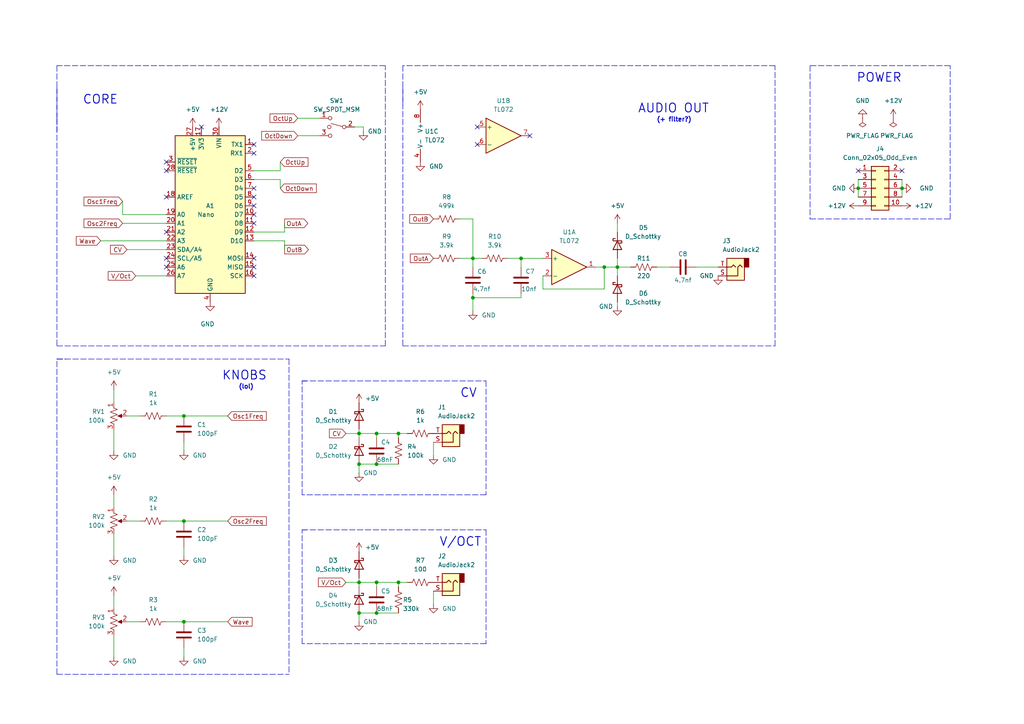
<source format=kicad_sch>
(kicad_sch (version 20211123) (generator eeschema)
  (paper "A4")
  (lib_symbols
    (symbol "Amplifier_Operational:TL072" (pin_names (offset 0.127))
      (property "Reference" "U" (at 0 5.08 0))
      (property "Value" "TL072" (at 0 -5.08 0))
      (symbol "TL072_1_1"
        (polyline (pts (xy -5.08 5.08) (xy 5.08 0) (xy -5.08 -5.08) (xy -5.08 5.08)) (stroke (width 0.254)) (fill (type background)))
        (pin output line (at 7.62 0 180) (length 2.54) (name "~") (number "1"))
        (pin input line (at -7.62 -2.54 0) (length 2.54) (name "-") (number "2"))
        (pin input line (at -7.62 2.54 0) (length 2.54) (name "+") (number "3"))
      )
      (symbol "TL072_2_1"
        (polyline (pts (xy -5.08 5.08) (xy 5.08 0) (xy -5.08 -5.08) (xy -5.08 5.08)) (stroke (width 0.254)) (fill (type background)))
        (pin input line (at -7.62 2.54 0) (length 2.54) (name "+") (number "5"))
        (pin input line (at -7.62 -2.54 0) (length 2.54) (name "-") (number "6"))
        (pin output line (at 7.62 0 180) (length 2.54) (name "~") (number "7"))
      )
      (symbol "TL072_3_1"
        (pin power_in line (at -2.54 -7.62 90) (length 3.81) (name "V-") (number "4"))
        (pin power_in line (at -2.54 7.62 270) (length 3.81) (name "V+") (number "8"))
      )
    )
    (symbol "Connector:AudioJack2"
      (property "Reference" "J" (at 0 8.89 0))
      (property "Value" "AudioJack2" (at 0 6.35 0))
      (symbol "AudioJack2_0_1"
        (rectangle (start -3.81 0) (end -2.54 -2.54) (stroke (width 0.254)) (fill (type outline)))
        (rectangle (start -2.54 3.81) (end 2.54 -2.54) (stroke (width 0.254)) (fill (type background)))
        (polyline (pts (xy 0 0) (xy 0.635 -0.635) (xy 1.27 0) (xy 2.54 0)) (stroke (width 0.254)))
        (polyline (pts (xy 2.54 2.54) (xy -0.635 2.54) (xy -0.635 0) (xy -1.27 -0.635) (xy -1.905 0)) (stroke (width 0.254)))
      )
      (symbol "AudioJack2_1_1"
        (pin passive line (at 5.08 2.54 180) (length 2.54) (name "~") (number "S"))
        (pin passive line (at 5.08 0 180) (length 2.54) (name "~") (number "T"))
      )
    )
    (symbol "Connector_Generic:Conn_02x05_Odd_Even" (pin_names (offset 1.016) hide)
      (property "Reference" "J" (at 1.27 7.62 0))
      (property "Value" "Conn_02x05_Odd_Even" (at 1.27 -7.62 0))
      (symbol "Conn_02x05_Odd_Even_1_1"
        (rectangle (start -1.27 -4.953) (end 0 -5.207) (stroke (width 0.1524)))
        (rectangle (start -1.27 -2.413) (end 0 -2.667) (stroke (width 0.1524)))
        (rectangle (start -1.27 0.127) (end 0 -0.127) (stroke (width 0.1524)))
        (rectangle (start -1.27 2.667) (end 0 2.413) (stroke (width 0.1524)))
        (rectangle (start -1.27 5.207) (end 0 4.953) (stroke (width 0.1524)))
        (rectangle (start -1.27 6.35) (end 3.81 -6.35) (stroke (width 0.254)) (fill (type background)))
        (rectangle (start 3.81 -4.953) (end 2.54 -5.207) (stroke (width 0.1524)))
        (rectangle (start 3.81 -2.413) (end 2.54 -2.667) (stroke (width 0.1524)))
        (rectangle (start 3.81 0.127) (end 2.54 -0.127) (stroke (width 0.1524)))
        (rectangle (start 3.81 2.667) (end 2.54 2.413) (stroke (width 0.1524)))
        (rectangle (start 3.81 5.207) (end 2.54 4.953) (stroke (width 0.1524)))
        (pin passive line (at -5.08 5.08 0) (length 3.81) (name "Pin_1") (number "1"))
        (pin passive line (at 7.62 -5.08 180) (length 3.81) (name "Pin_10") (number "10"))
        (pin passive line (at 7.62 5.08 180) (length 3.81) (name "Pin_2") (number "2"))
        (pin passive line (at -5.08 2.54 0) (length 3.81) (name "Pin_3") (number "3"))
        (pin passive line (at 7.62 2.54 180) (length 3.81) (name "Pin_4") (number "4"))
        (pin passive line (at -5.08 0 0) (length 3.81) (name "Pin_5") (number "5"))
        (pin passive line (at 7.62 0 180) (length 3.81) (name "Pin_6") (number "6"))
        (pin passive line (at -5.08 -2.54 0) (length 3.81) (name "Pin_7") (number "7"))
        (pin passive line (at 7.62 -2.54 180) (length 3.81) (name "Pin_8") (number "8"))
        (pin passive line (at -5.08 -5.08 0) (length 3.81) (name "Pin_9") (number "9"))
      )
    )
    (symbol "Device:C" (pin_numbers hide) (pin_names (offset 0.254))
      (property "Reference" "C" (at 0.635 2.54 0))
      (property "Value" "C" (at 0.635 -2.54 0))
      (symbol "C_0_1"
        (polyline (pts (xy -2.032 -0.762) (xy 2.032 -0.762)) (stroke (width 0.508)))
        (polyline (pts (xy -2.032 0.762) (xy 2.032 0.762)) (stroke (width 0.508)))
      )
      (symbol "C_1_1"
        (pin passive line (at 0 3.81 270) (length 2.794) (name "~") (number "1"))
        (pin passive line (at 0 -3.81 90) (length 2.794) (name "~") (number "2"))
      )
    )
    (symbol "Device:D_Schottky" (pin_numbers hide) (pin_names (offset 1.016) hide)
      (property "Reference" "D" (at 0 2.54 0))
      (property "Value" "D_Schottky" (at 0 -2.54 0))
      (symbol "D_Schottky_0_1"
        (polyline (pts (xy 1.27 0) (xy -1.27 0)))
        (polyline (pts (xy 1.27 1.27) (xy 1.27 -1.27) (xy -1.27 0) (xy 1.27 1.27)) (stroke (width 0.254)))
        (polyline (pts (xy -1.905 0.635) (xy -1.905 1.27) (xy -1.27 1.27) (xy -1.27 -1.27) (xy -0.635 -1.27) (xy -0.635 -0.635)) (stroke (width 0.254)))
      )
      (symbol "D_Schottky_1_1"
        (pin passive line (at -3.81 0 0) (length 2.54) (name "K") (number "1"))
        (pin passive line (at 3.81 0 180) (length 2.54) (name "A") (number "2"))
      )
    )
    (symbol "Device:R_Potentiometer_US" (pin_names (offset 1.016) hide)
      (property "Reference" "RV" (at -4.445 0 90))
      (property "Value" "R_Potentiometer_US" (at -2.54 0 90))
      (symbol "R_Potentiometer_US_0_1"
        (polyline (pts (xy 0 -2.286) (xy 0 -2.54)))
        (polyline (pts (xy 0 2.54) (xy 0 2.286)))
        (polyline (pts (xy 2.54 0) (xy 1.524 0)))
        (polyline (pts (xy 1.143 0) (xy 2.286 0.508) (xy 2.286 -0.508) (xy 1.143 0)) (fill (type outline)))
        (polyline (pts (xy 0 -0.762) (xy 1.016 -1.143) (xy 0 -1.524) (xy -1.016 -1.905) (xy 0 -2.286)))
        (polyline (pts (xy 0 0.762) (xy 1.016 0.381) (xy 0 0) (xy -1.016 -0.381) (xy 0 -0.762)))
        (polyline (pts (xy 0 2.286) (xy 1.016 1.905) (xy 0 1.524) (xy -1.016 1.143) (xy 0 0.762)))
      )
      (symbol "R_Potentiometer_US_1_1"
        (pin passive line (at 0 3.81 270) (length 1.27) (name "1") (number "1"))
        (pin passive line (at 3.81 0 180) (length 1.27) (name "2") (number "2"))
        (pin passive line (at 0 -3.81 90) (length 1.27) (name "3") (number "3"))
      )
    )
    (symbol "Device:R_US" (pin_numbers hide) (pin_names (offset 0))
      (property "Reference" "R" (at 2.54 0 90))
      (property "Value" "R_US" (at -2.54 0 90))
      (symbol "R_US_0_1"
        (polyline (pts (xy 0 -2.286) (xy 0 -2.54)))
        (polyline (pts (xy 0 2.286) (xy 0 2.54)))
        (polyline (pts (xy 0 -0.762) (xy 1.016 -1.143) (xy 0 -1.524) (xy -1.016 -1.905) (xy 0 -2.286)))
        (polyline (pts (xy 0 0.762) (xy 1.016 0.381) (xy 0 0) (xy -1.016 -0.381) (xy 0 -0.762)))
        (polyline (pts (xy 0 2.286) (xy 1.016 1.905) (xy 0 1.524) (xy -1.016 1.143) (xy 0 0.762)))
      )
      (symbol "R_US_1_1"
        (pin passive line (at 0 3.81 270) (length 1.27) (name "~") (number "1"))
        (pin passive line (at 0 -3.81 90) (length 1.27) (name "~") (number "2"))
      )
    )
    (symbol "MCU_Module:Arduino_Nano_Every"
      (property "Reference" "A" (at -10.16 23.495 0))
      (property "Value" "Arduino_Nano_Every" (at 5.08 -24.13 0))
      (symbol "Arduino_Nano_Every_0_1"
        (rectangle (start -10.16 22.86) (end 10.16 -22.86) (stroke (width 0.254)) (fill (type background)))
      )
      (symbol "Arduino_Nano_Every_1_1"
        (pin bidirectional line (at -12.7 20.32 0) (length 2.54) (name "TX1") (number "1"))
        (pin bidirectional line (at -12.7 0 0) (length 2.54) (name "D7") (number "10"))
        (pin bidirectional line (at -12.7 -2.54 0) (length 2.54) (name "D8") (number "11"))
        (pin bidirectional line (at -12.7 -5.08 0) (length 2.54) (name "D9") (number "12"))
        (pin bidirectional line (at -12.7 -7.62 0) (length 2.54) (name "D10") (number "13"))
        (pin bidirectional line (at -12.7 -12.7 0) (length 2.54) (name "MOSI") (number "14"))
        (pin bidirectional line (at -12.7 -15.24 0) (length 2.54) (name "MISO") (number "15"))
        (pin bidirectional line (at -12.7 -17.78 0) (length 2.54) (name "SCK") (number "16"))
        (pin power_out line (at 2.54 25.4 270) (length 2.54) (name "3V3") (number "17"))
        (pin input line (at 12.7 5.08 180) (length 2.54) (name "AREF") (number "18"))
        (pin bidirectional line (at 12.7 0 180) (length 2.54) (name "A0") (number "19"))
        (pin bidirectional line (at -12.7 17.78 0) (length 2.54) (name "RX1") (number "2"))
        (pin bidirectional line (at 12.7 -2.54 180) (length 2.54) (name "A1") (number "20"))
        (pin bidirectional line (at 12.7 -5.08 180) (length 2.54) (name "A2") (number "21"))
        (pin bidirectional line (at 12.7 -7.62 180) (length 2.54) (name "A3") (number "22"))
        (pin bidirectional line (at 12.7 -10.16 180) (length 2.54) (name "SDA/A4") (number "23"))
        (pin bidirectional line (at 12.7 -12.7 180) (length 2.54) (name "SCL/A5") (number "24"))
        (pin bidirectional line (at 12.7 -15.24 180) (length 2.54) (name "A6") (number "25"))
        (pin bidirectional line (at 12.7 -17.78 180) (length 2.54) (name "A7") (number "26"))
        (pin power_out line (at 5.08 25.4 270) (length 2.54) (name "+5V") (number "27"))
        (pin input line (at 12.7 12.7 180) (length 2.54) (name "~{RESET}") (number "28"))
        (pin passive line (at 0 -25.4 90) (length 2.54) hide (name "GND") (number "29"))
        (pin input line (at 12.7 15.24 180) (length 2.54) (name "~{RESET}") (number "3"))
        (pin power_in line (at -2.54 25.4 270) (length 2.54) (name "VIN") (number "30"))
        (pin power_in line (at 0 -25.4 90) (length 2.54) (name "GND") (number "4"))
        (pin bidirectional line (at -12.7 12.7 0) (length 2.54) (name "D2") (number "5"))
        (pin bidirectional line (at -12.7 10.16 0) (length 2.54) (name "D3") (number "6"))
        (pin bidirectional line (at -12.7 7.62 0) (length 2.54) (name "D4") (number "7"))
        (pin bidirectional line (at -12.7 5.08 0) (length 2.54) (name "D5") (number "8"))
        (pin bidirectional line (at -12.7 2.54 0) (length 2.54) (name "D6") (number "9"))
      )
    )
    (symbol "Switch:SW_SPDT_MSM" (pin_names (offset 0) hide)
      (property "Reference" "SW" (at 0 5.08 0))
      (property "Value" "SW_SPDT_MSM" (at 0 -5.08 0))
      (symbol "SW_SPDT_MSM_0_0"
        (circle (center -2.032 0) (radius 0.508))
        (polyline (pts (xy -1.524 0.127) (xy 1.778 1.016)))
        (circle (center 2.032 -2.54) (radius 0.508))
      )
      (symbol "SW_SPDT_MSM_0_1"
        (circle (center 2.032 2.54) (radius 0.508))
        (circle (center 2.286 0) (radius 0.508))
      )
      (symbol "SW_SPDT_MSM_1_1"
        (pin passive line (at 5.08 2.54 180) (length 2.54) (name "1") (number "1"))
        (pin passive line (at -5.08 0 0) (length 2.54) (name "2") (number "2"))
        (pin passive line (at 5.08 -2.54 180) (length 2.54) (name "3") (number "3"))
      )
    )
    (symbol "power:+12V" (power) (pin_names (offset 0))
      (property "Value" "+12V" (at 0 3.556 0))
      (symbol "+12V_0_1"
        (polyline (pts (xy -0.762 1.27) (xy 0 2.54)))
        (polyline (pts (xy 0 0) (xy 0 2.54)))
        (polyline (pts (xy 0 2.54) (xy 0.762 1.27)))
      )
      (symbol "+12V_1_1"
        (pin power_in line (at 0 0 90) (length 0) hide (name "+12V") (number "1"))
      )
    )
    (symbol "power:+5V" (power) (pin_names (offset 0))
      (property "Value" "+5V" (at 0 3.556 0))
      (symbol "+5V_0_1"
        (polyline (pts (xy -0.762 1.27) (xy 0 2.54)))
        (polyline (pts (xy 0 0) (xy 0 2.54)))
        (polyline (pts (xy 0 2.54) (xy 0.762 1.27)))
      )
      (symbol "+5V_1_1"
        (pin power_in line (at 0 0 90) (length 0) hide (name "+5V") (number "1"))
      )
    )
    (symbol "power:GND" (power) (pin_names (offset 0))
      (property "Value" "GND" (at 0 -3.81 0))
      (symbol "GND_0_1"
        (polyline (pts (xy 0 0) (xy 0 -1.27) (xy 1.27 -1.27) (xy 0 -2.54) (xy -1.27 -1.27) (xy 0 -1.27)))
      )
      (symbol "GND_1_1"
        (pin power_in line (at 0 0 270) (length 0) hide (name "GND") (number "1"))
      )
    )
    (symbol "power:PWR_FLAG" (power) (pin_numbers hide) (pin_names (offset 0) hide)
      (property "Value" "PWR_FLAG" (at 0 3.81 0))
      (symbol "PWR_FLAG_0_0"
        (pin power_out line (at 0 0 90) (length 0) (name "pwr") (number "1"))
      )
      (symbol "PWR_FLAG_0_1"
        (polyline (pts (xy 0 0) (xy 0 1.27) (xy -1.016 1.905) (xy 0 2.54) (xy 1.016 1.905) (xy 0 1.27)))
      )
    )
  )
  (junction (at 104.14 168.91))
  (junction (at 109.22 125.73))
  (junction (at 53.34 120.65))
  (junction (at 137.16 74.93))
  (junction (at 104.14 134.62))
  (junction (at 53.34 180.34))
  (junction (at 104.14 177.8))
  (junction (at 109.22 177.8))
  (junction (at 109.22 168.91))
  (junction (at 104.14 125.73))
  (junction (at 109.22 134.62))
  (junction (at 261.62 54.61))
  (junction (at 151.13 74.93))
  (junction (at 137.16 86.36))
  (junction (at 115.57 168.91))
  (junction (at 175.26 77.47))
  (junction (at 53.34 151.13))
  (junction (at 115.57 125.73))
  (junction (at 179.07 77.47))
  (junction (at 248.92 54.61))
  (no_connect (at 48.26 57.15))
  (no_connect (at 248.92 49.53))
  (no_connect (at 261.62 49.53))
  (no_connect (at 73.66 59.69))
  (no_connect (at 73.66 54.61))
  (no_connect (at 73.66 64.77))
  (no_connect (at 73.66 57.15))
  (no_connect (at 73.66 62.23))
  (no_connect (at 73.66 44.45))
  (no_connect (at 73.66 41.91))
  (no_connect (at 73.66 74.93))
  (no_connect (at 73.66 80.01))
  (no_connect (at 73.66 77.47))
  (no_connect (at 48.26 46.99))
  (no_connect (at 48.26 49.53))
  (no_connect (at 153.67 39.37))
  (no_connect (at 138.43 36.83))
  (no_connect (at 138.43 41.91))
  (no_connect (at 48.26 77.47))
  (no_connect (at 48.26 74.93))
  (no_connect (at 48.26 67.31))
  (no_connect (at 58.42 36.83))
  (polyline (pts (xy 116.84 19.05) (xy 116.84 30.48)))
  (polyline (pts (xy 111.76 19.05) (xy 16.51 19.05)))
  (wire (pts (xy 151.13 86.36) (xy 137.16 86.36)))
  (polyline (pts (xy 16.51 104.14) (xy 19.05 104.14)))
  (wire (pts (xy 104.14 180.34) (xy 104.14 177.8)))
  (polyline (pts (xy 16.51 25.4) (xy 16.51 100.33)))
  (polyline (pts (xy 83.82 104.14) (xy 83.82 195.58)))
  (wire (pts (xy 109.22 170.18) (xy 109.22 168.91)))
  (polyline (pts (xy 234.95 19.05) (xy 234.95 24.13)))
  (polyline (pts (xy 16.51 100.33) (xy 111.76 100.33)))
  (polyline (pts (xy 275.59 19.05) (xy 234.95 19.05)))
  (polyline (pts (xy 16.51 104.14) (xy 83.82 104.14)))
  (polyline (pts (xy 224.79 100.33) (xy 224.79 19.05)))
  (polyline (pts (xy 16.51 19.05) (xy 16.51 34.29)))
  (wire (pts (xy 29.21 69.85) (xy 48.26 69.85)))
  (wire (pts (xy 82.55 64.77) (xy 82.55 67.31)))
  (wire (pts (xy 157.48 80.01) (xy 157.48 83.82)))
  (wire (pts (xy 248.92 52.07) (xy 248.92 54.61)))
  (wire (pts (xy 81.28 46.99) (xy 81.28 49.53)))
  (wire (pts (xy 104.14 125.73) (xy 109.22 125.73)))
  (wire (pts (xy 201.93 77.47) (xy 208.28 77.47)))
  (wire (pts (xy 33.02 172.72) (xy 33.02 176.53)))
  (wire (pts (xy 105.41 38.1) (xy 105.41 36.83)))
  (wire (pts (xy 109.22 125.73) (xy 115.57 125.73)))
  (wire (pts (xy 109.22 177.8) (xy 115.57 177.8)))
  (wire (pts (xy 190.5 77.47) (xy 194.31 77.47)))
  (wire (pts (xy 147.32 74.93) (xy 151.13 74.93)))
  (wire (pts (xy 82.55 72.39) (xy 82.55 69.85)))
  (wire (pts (xy 53.34 120.65) (xy 66.04 120.65)))
  (polyline (pts (xy 275.59 63.5) (xy 275.59 19.05)))
  (wire (pts (xy 53.34 151.13) (xy 66.04 151.13)))
  (wire (pts (xy 73.66 49.53) (xy 81.28 49.53)))
  (wire (pts (xy 53.34 187.96) (xy 53.34 190.5)))
  (wire (pts (xy 137.16 63.5) (xy 137.16 74.93)))
  (wire (pts (xy 36.83 120.65) (xy 40.64 120.65)))
  (wire (pts (xy 115.57 168.91) (xy 118.11 168.91)))
  (polyline (pts (xy 111.76 100.33) (xy 111.76 19.05)))
  (wire (pts (xy 36.83 151.13) (xy 40.64 151.13)))
  (wire (pts (xy 179.07 77.47) (xy 179.07 80.01)))
  (wire (pts (xy 179.07 74.93) (xy 179.07 77.47)))
  (wire (pts (xy 179.07 77.47) (xy 182.88 77.47)))
  (wire (pts (xy 33.02 113.03) (xy 33.02 116.84)))
  (polyline (pts (xy 234.95 24.13) (xy 234.95 63.5)))
  (wire (pts (xy 35.56 64.77) (xy 48.26 64.77)))
  (polyline (pts (xy 234.95 63.5) (xy 275.59 63.5)))
  (wire (pts (xy 179.07 64.77) (xy 179.07 67.31)))
  (polyline (pts (xy 16.51 195.58) (xy 16.51 104.14)))
  (wire (pts (xy 157.48 83.82) (xy 175.26 83.82)))
  (wire (pts (xy 53.34 180.34) (xy 66.04 180.34)))
  (wire (pts (xy 137.16 74.93) (xy 137.16 77.47)))
  (wire (pts (xy 125.73 132.08) (xy 125.73 128.27)))
  (wire (pts (xy 53.34 128.27) (xy 53.34 130.81)))
  (wire (pts (xy 109.22 134.62) (xy 115.57 134.62)))
  (wire (pts (xy 115.57 125.73) (xy 118.11 125.73)))
  (wire (pts (xy 33.02 124.46) (xy 33.02 130.81)))
  (wire (pts (xy 115.57 170.18) (xy 115.57 168.91)))
  (polyline (pts (xy 87.63 153.67) (xy 140.97 153.67)))
  (wire (pts (xy 104.14 167.64) (xy 104.14 168.91)))
  (wire (pts (xy 179.07 88.9) (xy 179.07 87.63)))
  (wire (pts (xy 86.36 34.29) (xy 92.71 34.29)))
  (wire (pts (xy 133.35 63.5) (xy 137.16 63.5)))
  (wire (pts (xy 100.33 168.91) (xy 104.14 168.91)))
  (wire (pts (xy 104.14 137.16) (xy 104.14 134.62)))
  (wire (pts (xy 39.37 80.01) (xy 48.26 80.01)))
  (wire (pts (xy 137.16 86.36) (xy 137.16 90.17)))
  (polyline (pts (xy 87.63 186.69) (xy 87.63 153.67)))
  (wire (pts (xy 48.26 180.34) (xy 53.34 180.34)))
  (wire (pts (xy 175.26 77.47) (xy 172.72 77.47)))
  (wire (pts (xy 109.22 168.91) (xy 115.57 168.91)))
  (wire (pts (xy 151.13 77.47) (xy 151.13 74.93)))
  (wire (pts (xy 86.36 39.37) (xy 92.71 39.37)))
  (wire (pts (xy 105.41 36.83) (xy 102.87 36.83)))
  (polyline (pts (xy 16.51 195.58) (xy 83.82 195.58)))
  (wire (pts (xy 133.35 74.93) (xy 137.16 74.93)))
  (wire (pts (xy 104.14 124.46) (xy 104.14 125.73)))
  (wire (pts (xy 104.14 134.62) (xy 109.22 134.62)))
  (wire (pts (xy 36.83 72.39) (xy 48.26 72.39)))
  (wire (pts (xy 151.13 85.09) (xy 151.13 86.36)))
  (wire (pts (xy 151.13 74.93) (xy 157.48 74.93)))
  (wire (pts (xy 82.55 69.85) (xy 73.66 69.85)))
  (wire (pts (xy 35.56 62.23) (xy 48.26 62.23)))
  (wire (pts (xy 175.26 83.82) (xy 175.26 77.47)))
  (wire (pts (xy 179.07 77.47) (xy 175.26 77.47)))
  (wire (pts (xy 33.02 184.15) (xy 33.02 190.5)))
  (wire (pts (xy 36.83 180.34) (xy 40.64 180.34)))
  (wire (pts (xy 137.16 85.09) (xy 137.16 86.36)))
  (polyline (pts (xy 140.97 110.49) (xy 140.97 143.51)))
  (polyline (pts (xy 87.63 153.67) (xy 88.9 153.67)))
  (wire (pts (xy 82.55 67.31) (xy 73.66 67.31)))
  (wire (pts (xy 115.57 127) (xy 115.57 125.73)))
  (wire (pts (xy 104.14 170.18) (xy 104.14 168.91)))
  (polyline (pts (xy 87.63 143.51) (xy 87.63 110.49)))
  (wire (pts (xy 48.26 120.65) (xy 53.34 120.65)))
  (wire (pts (xy 261.62 54.61) (xy 261.62 52.07)))
  (wire (pts (xy 109.22 127) (xy 109.22 125.73)))
  (wire (pts (xy 73.66 52.07) (xy 81.28 52.07)))
  (polyline (pts (xy 16.51 34.29) (xy 16.51 38.1)))
  (wire (pts (xy 81.28 54.61) (xy 81.28 52.07)))
  (wire (pts (xy 33.02 143.51) (xy 33.02 147.32)))
  (polyline (pts (xy 87.63 110.49) (xy 88.9 110.49)))
  (wire (pts (xy 248.92 54.61) (xy 248.92 57.15)))
  (polyline (pts (xy 87.63 110.49) (xy 140.97 110.49)))
  (polyline (pts (xy 116.84 25.4) (xy 116.84 100.33)))
  (wire (pts (xy 100.33 125.73) (xy 104.14 125.73)))
  (wire (pts (xy 104.14 127) (xy 104.14 125.73)))
  (polyline (pts (xy 116.84 100.33) (xy 224.79 100.33)))
  (polyline (pts (xy 140.97 143.51) (xy 87.63 143.51)))
  (wire (pts (xy 33.02 154.94) (xy 33.02 161.29)))
  (polyline (pts (xy 140.97 186.69) (xy 87.63 186.69)))
  (wire (pts (xy 35.56 58.42) (xy 35.56 62.23)))
  (wire (pts (xy 125.73 175.26) (xy 125.73 171.45)))
  (wire (pts (xy 104.14 168.91) (xy 109.22 168.91)))
  (polyline (pts (xy 140.97 153.67) (xy 140.97 186.69)))
  (wire (pts (xy 53.34 158.75) (xy 53.34 161.29)))
  (wire (pts (xy 48.26 151.13) (xy 53.34 151.13)))
  (polyline (pts (xy 224.79 19.05) (xy 116.84 19.05)))
  (wire (pts (xy 104.14 177.8) (xy 109.22 177.8)))
  (wire (pts (xy 139.7 74.93) (xy 137.16 74.93)))
  (wire (pts (xy 261.62 54.61) (xy 261.62 57.15)))
  (text "KNOBS" (at 77.47 110.49 180) (effects (font (size 2.54 2.54) (thickness 0.254) bold) (justify right bottom)))
  (text "AUDIO OUT" (at 205.74 33.02 180) (effects (font (size 2.54 2.54) (thickness 0.254) bold) (justify right bottom)))
  (text "CV" (at 138.43 115.57 180) (effects (font (size 2.54 2.54) (thickness 0.254) bold) (justify right bottom)))
  (text "(lol)" (at 73.66 113.03 180) (effects (font (size 1.27 1.27) (thickness 0.254) bold) (justify right bottom)))
  (text "V/OCT" (at 139.7 158.75 180) (effects (font (size 2.54 2.54) (thickness 0.254) bold) (justify right bottom)))
  (text "POWER" (at 261.62 24.13 180) (effects (font (size 2.54 2.54) (thickness 0.254) bold) (justify right bottom)))
  (text "(+ filter?)" (at 200.66 35.56 180) (effects (font (size 1.27 1.27) (thickness 0.254) bold) (justify right bottom)))
  (text "CORE" (at 34.29 30.48 180) (effects (font (size 2.54 2.54) (thickness 0.254) bold) (justify right bottom)))
  (global_label "OctUp" (shape input) (at 81.28 46.99 0) (property "Intersheet References" "${INTERSHEET_REFS}" (effects hide)))
  (global_label "Osc1Freq" (shape input) (at 35.56 58.42 180) (property "Intersheet References" "${INTERSHEET_REFS}" (effects hide)))
  (global_label "CV" (shape input) (at 36.83 72.39 180) (property "Intersheet References" "${INTERSHEET_REFS}" (effects hide)))
  (global_label "OutA" (shape input) (at 125.73 74.93 180) (property "Intersheet References" "${INTERSHEET_REFS}" (effects hide)))
  (global_label "Wave" (shape input) (at 66.04 180.34 0) (property "Intersheet References" "${INTERSHEET_REFS}" (effects hide)))
  (global_label "Osc1Freq" (shape input) (at 66.04 120.65 0) (property "Intersheet References" "${INTERSHEET_REFS}" (effects hide)))
  (global_label "OutB" (shape output) (at 82.55 72.39 0) (property "Intersheet References" "${INTERSHEET_REFS}" (effects hide)))
  (global_label "OutB" (shape input) (at 125.73 63.5 180) (property "Intersheet References" "${INTERSHEET_REFS}" (effects hide)))
  (global_label "V{slash}Oct" (shape input) (at 39.37 80.01 180) (property "Intersheet References" "${INTERSHEET_REFS}" (effects hide)))
  (global_label "Wave" (shape input) (at 29.21 69.85 180) (property "Intersheet References" "${INTERSHEET_REFS}" (effects hide)))
  (global_label "OctUp" (shape input) (at 86.36 34.29 180) (property "Intersheet References" "${INTERSHEET_REFS}" (effects hide)))
  (global_label "OutA" (shape output) (at 82.55 64.77 0) (property "Intersheet References" "${INTERSHEET_REFS}" (effects hide)))
  (global_label "OctDown" (shape input) (at 86.36 39.37 180) (property "Intersheet References" "${INTERSHEET_REFS}" (effects hide)))
  (global_label "CV" (shape input) (at 100.33 125.73 180) (property "Intersheet References" "${INTERSHEET_REFS}" (effects hide)))
  (global_label "Osc2Freq" (shape input) (at 35.56 64.77 180) (property "Intersheet References" "${INTERSHEET_REFS}" (effects hide)))
  (global_label "Osc2Freq" (shape input) (at 66.04 151.13 0) (property "Intersheet References" "${INTERSHEET_REFS}" (effects hide)))
  (global_label "OctDown" (shape input) (at 81.28 54.61 0) (property "Intersheet References" "${INTERSHEET_REFS}" (effects hide)))
  (global_label "V{slash}Oct" (shape input) (at 100.33 168.91 180) (property "Intersheet References" "${INTERSHEET_REFS}" (effects hide)))
  (symbol (lib_id "Device:R_Potentiometer_US") (at 33.02 120.65 0) (unit 1)
    (property "Reference" "RV1" (at 30.48 119.3799 0) (effects (justify right)))
    (property "Value" "100k" (at 30.48 121.9199 0) (effects (justify right)))
    (property "Footprint" "Potentiometer_THT:Potentiometer_Alpha_RD901F-40-00D_Single_Vertical" (effects hide))
  )
  (symbol (lib_id "Device:C") (at 151.13 81.28 0) (unit 1)
    (property "Reference" "C7" (at 152.4 78.74 0) (effects (justify left)))
    (property "Value" "10nf" (at 151.13 83.82 0) (effects (justify left)))
    (property "Footprint" "Capacitor_THT:C_Disc_D6.0mm_W2.5mm_P5.00mm" (effects hide))
  )
  (symbol (lib_id "power:GND") (at 208.28 80.01 0) (mirror y) (unit 1)
    (property "Reference" "#PWR0126" (effects hide))
    (property "Value" "GND" (at 207.01 80.01 0) (effects (justify left)))
  )
  (symbol (lib_id "power:+12V") (at 261.62 59.69 270) (unit 1)
    (property "Reference" "#PWR0106" (effects hide))
    (property "Value" "+12V" (at 270.51 59.69 90) (effects (justify right)))
  )
  (symbol (lib_id "Connector:AudioJack2") (at 130.81 168.91 180) (unit 1)
    (property "Reference" "J2" (at 127 161.29 0) (effects (justify right)))
    (property "Value" "AudioJack2" (at 127 163.83 0) (effects (justify right)))
    (property "Footprint" "Connector_Audio:Jack_3.5mm_QingPu_WQP-PJ398SM_Vertical_CircularHoles" (effects hide))
  )
  (symbol (lib_id "Device:R_Potentiometer_US") (at 33.02 151.13 0) (unit 1)
    (property "Reference" "RV2" (at 30.48 149.8599 0) (effects (justify right)))
    (property "Value" "100k" (at 30.48 152.3999 0) (effects (justify right)))
    (property "Footprint" "Potentiometer_THT:Potentiometer_Alpha_RD901F-40-00D_Single_Vertical" (effects hide))
  )
  (symbol (lib_id "Device:R_US") (at 44.45 151.13 90) (unit 1)
    (property "Reference" "R2" (at 44.45 144.78 90))
    (property "Value" "1k" (at 44.45 147.32 90))
    (property "Footprint" "Resistor_THT:R_Axial_DIN0207_L6.3mm_D2.5mm_P10.16mm_Horizontal" (effects hide))
  )
  (symbol (lib_id "power:GND") (at 179.07 88.9 0) (mirror y) (unit 1)
    (property "Reference" "#PWR0130" (effects hide))
    (property "Value" "GND" (at 177.8 88.9 0) (effects (justify left)))
  )
  (symbol (lib_id "Device:R_US") (at 129.54 63.5 90) (unit 1)
    (property "Reference" "R8" (at 129.54 57.15 90))
    (property "Value" "499k" (at 129.54 59.69 90))
    (property "Footprint" "Resistor_THT:R_Axial_DIN0207_L6.3mm_D2.5mm_P10.16mm_Horizontal" (effects hide))
  )
  (symbol (lib_id "Device:R_US") (at 121.92 168.91 90) (unit 1)
    (property "Reference" "R7" (at 121.92 162.56 90))
    (property "Value" "100" (at 121.92 165.1 90))
    (property "Footprint" "Resistor_THT:R_Axial_DIN0207_L6.3mm_D2.5mm_P10.16mm_Horizontal" (effects hide))
  )
  (symbol (lib_id "Amplifier_Operational:TL072") (at 146.05 39.37 0) (unit 2)
    (property "Reference" "U1" (at 146.05 29.21 0))
    (property "Value" "TL072" (at 146.05 31.75 0))
    (property "Footprint" "Package_DIP:DIP-8_W7.62mm_Socket_LongPads" (effects hide))
    (property "Datasheet" "http://www.ti.com/lit/ds/symlink/tl071.pdf" (effects hide))
  )
  (symbol (lib_id "Amplifier_Operational:TL072") (at 124.46 39.37 0) (unit 3)
    (property "Reference" "U1" (at 123.19 38.0999 0) (effects (justify left)))
    (property "Value" "TL072" (at 123.19 40.6399 0) (effects (justify left)))
    (property "Footprint" "Package_DIP:DIP-8_W7.62mm_Socket_LongPads" (effects hide))
    (property "Datasheet" "http://www.ti.com/lit/ds/symlink/tl071.pdf" (effects hide))
  )
  (symbol (lib_id "Device:C") (at 109.22 130.81 0) (unit 1)
    (property "Reference" "C4" (at 110.49 128.27 0) (effects (justify left)))
    (property "Value" "68nF" (at 109.22 133.35 0) (effects (justify left)))
    (property "Footprint" "Capacitor_THT:C_Disc_D6.0mm_W2.5mm_P5.00mm" (effects hide))
  )
  (symbol (lib_id "power:GND") (at 248.92 54.61 270) (unit 1)
    (property "Reference" "#PWR0123" (effects hide))
    (property "Value" "GND" (at 241.3 54.61 90) (effects (justify left)))
  )
  (symbol (lib_id "Device:C") (at 53.34 184.15 0) (unit 1)
    (property "Reference" "C3" (at 57.15 182.8799 0) (effects (justify left)))
    (property "Value" "100pF" (at 57.15 185.4199 0) (effects (justify left)))
    (property "Footprint" "Capacitor_THT:C_Disc_D6.0mm_W2.5mm_P5.00mm" (effects hide))
  )
  (symbol (lib_id "power:GND") (at 60.96 87.63 0) (mirror y) (unit 1)
    (property "Reference" "#PWR0103" (effects hide))
    (property "Value" "GND" (at 62.23 93.98 0) (effects (justify left)))
  )
  (symbol (lib_id "Device:R_US") (at 115.57 173.99 0) (unit 1)
    (property "Reference" "R5" (at 116.84 173.99 0) (effects (justify left)))
    (property "Value" "330k" (at 116.84 176.53 0) (effects (justify left)))
    (property "Footprint" "Resistor_THT:R_Axial_DIN0207_L6.3mm_D2.5mm_P10.16mm_Horizontal" (effects hide))
  )
  (symbol (lib_id "MCU_Module:Arduino_Nano_Every") (at 60.96 62.23 0) (mirror y) (unit 1)
    (property "Reference" "A1" (at 62.23 59.69 0) (effects (justify left)))
    (property "Value" "Nano" (at 62.23 62.23 0) (effects (justify left)))
    (property "Footprint" "Module:Arduino_Nano" (effects hide))
    (property "Datasheet" "https://content.arduino.cc/assets/NANOEveryV3.0_sch.pdf" (effects hide))
  )
  (symbol (lib_id "power:GND") (at 125.73 132.08 0) (unit 1)
    (property "Reference" "#PWR0109" (effects hide))
    (property "Value" "GND" (at 128.27 133.3499 0) (effects (justify left)))
  )
  (symbol (lib_id "power:+5V") (at 121.92 31.75 0) (unit 1)
    (property "Reference" "#PWR0127" (effects hide))
    (property "Value" "+5V" (at 121.92 26.67 0))
  )
  (symbol (lib_id "power:GND") (at 33.02 161.29 0) (unit 1)
    (property "Reference" "#PWR0116" (effects hide))
    (property "Value" "GND" (at 35.56 162.5599 0) (effects (justify left)))
  )
  (symbol (lib_id "power:+5V") (at 33.02 113.03 0) (unit 1)
    (property "Reference" "#PWR0111" (effects hide))
    (property "Value" "+5V" (at 33.02 107.95 0))
  )
  (symbol (lib_id "power:GND") (at 104.14 180.34 0) (unit 1)
    (property "Reference" "#PWR0120" (effects hide))
    (property "Value" "GND" (at 105.41 180.34 0) (effects (justify left)))
  )
  (symbol (lib_id "Switch:SW_SPDT_MSM") (at 97.79 36.83 0) (mirror y) (unit 1)
    (property "Reference" "SW1" (at 97.663 29.21 0))
    (property "Value" "SW_SPDT_MSM" (at 97.663 31.75 0))
    (property "Footprint" "rpaz:SW_NKK_D22012P" (effects hide))
  )
  (symbol (lib_id "Connector:AudioJack2") (at 130.81 125.73 180) (unit 1)
    (property "Reference" "J1" (at 127 118.11 0) (effects (justify right)))
    (property "Value" "AudioJack2" (at 127 120.65 0) (effects (justify right)))
    (property "Footprint" "Connector_Audio:Jack_3.5mm_QingPu_WQP-PJ398SM_Vertical_CircularHoles" (effects hide))
  )
  (symbol (lib_id "Device:D_Schottky") (at 179.07 71.12 90) (mirror x) (unit 1)
    (property "Reference" "D5" (at 187.96 66.04 90) (effects (justify left)))
    (property "Value" "D_Schottky" (at 191.77 68.58 90) (effects (justify left)))
    (property "Footprint" "Diode_THT:D_DO-41_SOD81_P12.70mm_Horizontal" (effects hide))
  )
  (symbol (lib_id "Device:R_US") (at 44.45 120.65 90) (unit 1)
    (property "Reference" "R1" (at 44.45 114.3 90))
    (property "Value" "1k" (at 44.45 116.84 90))
    (property "Footprint" "Resistor_THT:R_Axial_DIN0207_L6.3mm_D2.5mm_P10.16mm_Horizontal" (effects hide))
  )
  (symbol (lib_id "power:GND") (at 261.62 54.61 90) (unit 1)
    (property "Reference" "#PWR0124" (effects hide))
    (property "Value" "GND" (at 266.7 54.61 90) (effects (justify right)))
  )
  (symbol (lib_id "power:+5V") (at 104.14 116.84 0) (unit 1)
    (property "Reference" "#PWR0108" (effects hide))
    (property "Value" "+5V" (at 107.95 115.57 0))
  )
  (symbol (lib_id "power:GND") (at 53.34 130.81 0) (unit 1)
    (property "Reference" "#PWR0119" (effects hide))
    (property "Value" "GND" (at 55.88 132.0799 0) (effects (justify left)))
  )
  (symbol (lib_id "power:+5V") (at 33.02 172.72 0) (unit 1)
    (property "Reference" "#PWR0115" (effects hide))
    (property "Value" "+5V" (at 33.02 167.64 0))
  )
  (symbol (lib_id "power:+12V") (at 248.92 59.69 90) (unit 1)
    (property "Reference" "#PWR0129" (effects hide))
    (property "Value" "+12V" (at 240.03 59.69 90) (effects (justify right)))
  )
  (symbol (lib_id "Device:C") (at 198.12 77.47 90) (unit 1)
    (property "Reference" "C8" (at 199.39 73.66 90) (effects (justify left)))
    (property "Value" "4.7nf" (at 200.66 81.28 90) (effects (justify left)))
    (property "Footprint" "Capacitor_THT:C_Disc_D6.0mm_W2.5mm_P5.00mm" (effects hide))
  )
  (symbol (lib_id "power:+5V") (at 33.02 143.51 0) (unit 1)
    (property "Reference" "#PWR0113" (effects hide))
    (property "Value" "+5V" (at 33.02 138.43 0))
  )
  (symbol (lib_id "Device:C") (at 53.34 124.46 0) (unit 1)
    (property "Reference" "C1" (at 57.15 123.1899 0) (effects (justify left)))
    (property "Value" "100pF" (at 57.15 125.7299 0) (effects (justify left)))
    (property "Footprint" "Capacitor_THT:C_Disc_D6.0mm_W2.5mm_P5.00mm" (effects hide))
  )
  (symbol (lib_id "Device:R_US") (at 129.54 74.93 90) (unit 1)
    (property "Reference" "R9" (at 129.54 68.58 90))
    (property "Value" "3.9k" (at 129.54 71.12 90))
    (property "Footprint" "Resistor_THT:R_Axial_DIN0207_L6.3mm_D2.5mm_P10.16mm_Horizontal" (effects hide))
  )
  (symbol (lib_id "power:+5V") (at 55.88 36.83 0) (mirror y) (unit 1)
    (property "Reference" "#PWR0105" (effects hide))
    (property "Value" "+5V" (at 55.88 31.75 0))
  )
  (symbol (lib_id "Connector_Generic:Conn_02x05_Odd_Even") (at 254 54.61 0) (unit 1)
    (property "Reference" "J4" (at 255.27 43.18 0))
    (property "Value" "Conn_02x05_Odd_Even" (at 255.27 45.72 0))
    (property "Footprint" "Connector_PinHeader_2.54mm:PinHeader_2x05_P2.54mm_Vertical" (effects hide))
  )
  (symbol (lib_id "Device:D_Schottky") (at 104.14 163.83 270) (unit 1)
    (property "Reference" "D3" (at 95.25 162.56 90) (effects (justify left)))
    (property "Value" "D_Schottky" (at 91.44 165.1 90) (effects (justify left)))
    (property "Footprint" "Diode_THT:D_DO-41_SOD81_P12.70mm_Horizontal" (effects hide))
  )
  (symbol (lib_id "power:+5V") (at 104.14 160.02 0) (unit 1)
    (property "Reference" "#PWR0121" (effects hide))
    (property "Value" "+5V" (at 107.95 158.75 0))
  )
  (symbol (lib_id "Connector:AudioJack2") (at 213.36 77.47 180) (unit 1)
    (property "Reference" "J3" (at 209.55 69.85 0) (effects (justify right)))
    (property "Value" "AudioJack2" (at 209.55 72.39 0) (effects (justify right)))
    (property "Footprint" "Connector_Audio:Jack_3.5mm_QingPu_WQP-PJ398SM_Vertical_CircularHoles" (effects hide))
  )
  (symbol (lib_id "Device:R_US") (at 44.45 180.34 90) (unit 1)
    (property "Reference" "R3" (at 44.45 173.99 90))
    (property "Value" "1k" (at 44.45 176.53 90))
    (property "Footprint" "Resistor_THT:R_Axial_DIN0207_L6.3mm_D2.5mm_P10.16mm_Horizontal" (effects hide))
  )
  (symbol (lib_id "power:+12V") (at 63.5 36.83 0) (mirror y) (unit 1)
    (property "Reference" "#PWR0102" (effects hide))
    (property "Value" "+12V" (at 63.5 31.75 0))
  )
  (symbol (lib_id "power:PWR_FLAG") (at 259.08 34.29 180) (unit 1)
    (property "Reference" "#FLG0102" (effects hide))
    (property "Value" "PWR_FLAG" (at 255.27 39.37 0) (effects (justify right)))
  )
  (symbol (lib_id "Device:C") (at 137.16 81.28 0) (unit 1)
    (property "Reference" "C6" (at 138.43 78.74 0) (effects (justify left)))
    (property "Value" "4.7nf" (at 137.16 83.82 0) (effects (justify left)))
    (property "Footprint" "Capacitor_THT:C_Disc_D6.0mm_W2.5mm_P5.00mm" (effects hide))
  )
  (symbol (lib_id "power:GND") (at 33.02 130.81 0) (unit 1)
    (property "Reference" "#PWR0112" (effects hide))
    (property "Value" "GND" (at 35.56 132.0799 0) (effects (justify left)))
  )
  (symbol (lib_id "power:GND") (at 53.34 190.5 0) (unit 1)
    (property "Reference" "#PWR0118" (effects hide))
    (property "Value" "GND" (at 55.88 191.7699 0) (effects (justify left)))
  )
  (symbol (lib_id "power:PWR_FLAG") (at 250.19 34.29 180) (unit 1)
    (property "Reference" "#FLG0101" (effects hide))
    (property "Value" "PWR_FLAG" (at 250.19 39.37 0))
  )
  (symbol (lib_id "Device:D_Schottky") (at 179.07 83.82 90) (mirror x) (unit 1)
    (property "Reference" "D6" (at 187.96 85.09 90) (effects (justify left)))
    (property "Value" "D_Schottky" (at 191.77 87.63 90) (effects (justify left)))
    (property "Footprint" "Diode_THT:D_DO-41_SOD81_P12.70mm_Horizontal" (effects hide))
  )
  (symbol (lib_id "power:GND") (at 125.73 175.26 0) (unit 1)
    (property "Reference" "#PWR0122" (effects hide))
    (property "Value" "GND" (at 128.27 176.5299 0) (effects (justify left)))
  )
  (symbol (lib_id "power:GND") (at 104.14 137.16 0) (unit 1)
    (property "Reference" "#PWR0110" (effects hide))
    (property "Value" "GND" (at 105.41 137.16 0) (effects (justify left)))
  )
  (symbol (lib_id "power:GND") (at 121.92 46.99 0) (unit 1)
    (property "Reference" "#PWR0125" (effects hide))
    (property "Value" "GND" (at 124.46 48.2599 0) (effects (justify left)))
  )
  (symbol (lib_id "power:GND") (at 53.34 161.29 0) (unit 1)
    (property "Reference" "#PWR0114" (effects hide))
    (property "Value" "GND" (at 55.88 162.5599 0) (effects (justify left)))
  )
  (symbol (lib_id "Device:C") (at 53.34 154.94 0) (unit 1)
    (property "Reference" "C2" (at 57.15 153.6699 0) (effects (justify left)))
    (property "Value" "100pF" (at 57.15 156.2099 0) (effects (justify left)))
    (property "Footprint" "Capacitor_THT:C_Disc_D6.0mm_W2.5mm_P5.00mm" (effects hide))
  )
  (symbol (lib_id "power:+12V") (at 259.08 34.29 0) (unit 1)
    (property "Reference" "#PWR0104" (effects hide))
    (property "Value" "+12V" (at 259.08 29.21 0))
  )
  (symbol (lib_id "Device:R_Potentiometer_US") (at 33.02 180.34 0) (unit 1)
    (property "Reference" "RV3" (at 30.48 179.0699 0) (effects (justify right)))
    (property "Value" "100k" (at 30.48 181.6099 0) (effects (justify right)))
    (property "Footprint" "Potentiometer_THT:Potentiometer_Alpha_RD901F-40-00D_Single_Vertical" (effects hide))
  )
  (symbol (lib_id "Device:D_Schottky") (at 104.14 173.99 270) (unit 1)
    (property "Reference" "D4" (at 95.25 172.72 90) (effects (justify left)))
    (property "Value" "D_Schottky" (at 91.44 175.26 90) (effects (justify left)))
    (property "Footprint" "Diode_THT:D_DO-41_SOD81_P12.70mm_Horizontal" (effects hide))
  )
  (symbol (lib_id "Device:R_US") (at 121.92 125.73 90) (unit 1)
    (property "Reference" "R6" (at 121.92 119.38 90))
    (property "Value" "1k" (at 121.92 121.92 90))
    (property "Footprint" "Resistor_THT:R_Axial_DIN0207_L6.3mm_D2.5mm_P10.16mm_Horizontal" (effects hide))
  )
  (symbol (lib_id "power:+5V") (at 179.07 64.77 0) (unit 1)
    (property "Reference" "#PWR0128" (effects hide))
    (property "Value" "+5V" (at 179.07 59.69 0))
  )
  (symbol (lib_id "Device:C") (at 109.22 173.99 0) (unit 1)
    (property "Reference" "C5" (at 110.49 171.45 0) (effects (justify left)))
    (property "Value" "68nF" (at 109.22 176.53 0) (effects (justify left)))
    (property "Footprint" "Capacitor_THT:C_Disc_D6.0mm_W2.5mm_P5.00mm" (effects hide))
  )
  (symbol (lib_id "Device:D_Schottky") (at 104.14 120.65 270) (unit 1)
    (property "Reference" "D1" (at 95.25 119.38 90) (effects (justify left)))
    (property "Value" "D_Schottky" (at 91.44 121.92 90) (effects (justify left)))
    (property "Footprint" "Diode_THT:D_DO-41_SOD81_P12.70mm_Horizontal" (effects hide))
  )
  (symbol (lib_id "power:GND") (at 105.41 38.1 0) (unit 1)
    (property "Reference" "#PWR0107" (effects hide))
    (property "Value" "GND" (at 106.68 38.1 0) (effects (justify left)))
  )
  (symbol (lib_id "Amplifier_Operational:TL072") (at 165.1 77.47 0) (unit 1)
    (property "Reference" "U1" (at 165.1 67.31 0))
    (property "Value" "TL072" (at 165.1 69.85 0))
    (property "Footprint" "Package_DIP:DIP-8_W7.62mm_Socket_LongPads" (effects hide))
    (property "Datasheet" "http://www.ti.com/lit/ds/symlink/tl071.pdf" (effects hide))
  )
  (symbol (lib_id "Device:R_US") (at 115.57 130.81 0) (unit 1)
    (property "Reference" "R4" (at 118.11 129.5399 0) (effects (justify left)))
    (property "Value" "100k" (at 118.11 132.0799 0) (effects (justify left)))
    (property "Footprint" "Resistor_THT:R_Axial_DIN0207_L6.3mm_D2.5mm_P10.16mm_Horizontal" (effects hide))
  )
  (symbol (lib_id "Device:R_US") (at 143.51 74.93 90) (unit 1)
    (property "Reference" "R10" (at 143.51 68.58 90))
    (property "Value" "3.9k" (at 143.51 71.12 90))
    (property "Footprint" "Resistor_THT:R_Axial_DIN0207_L6.3mm_D2.5mm_P10.16mm_Horizontal" (effects hide))
  )
  (symbol (lib_id "Device:D_Schottky") (at 104.14 130.81 270) (unit 1)
    (property "Reference" "D2" (at 95.25 129.54 90) (effects (justify left)))
    (property "Value" "D_Schottky" (at 91.44 132.08 90) (effects (justify left)))
    (property "Footprint" "Diode_THT:D_DO-41_SOD81_P12.70mm_Horizontal" (effects hide))
  )
  (symbol (lib_id "power:GND") (at 250.19 34.29 180) (unit 1)
    (property "Reference" "#PWR0101" (effects hide))
    (property "Value" "GND" (at 250.19 29.21 0))
  )
  (symbol (lib_id "Device:R_US") (at 186.69 77.47 90) (unit 1)
    (property "Reference" "R11" (at 186.69 74.93 90))
    (property "Value" "220" (at 186.69 80.01 90))
    (property "Footprint" "Resistor_THT:R_Axial_DIN0207_L6.3mm_D2.5mm_P10.16mm_Horizontal" (effects hide))
  )
  (symbol (lib_id "power:GND") (at 33.02 190.5 0) (unit 1)
    (property "Reference" "#PWR0117" (effects hide))
    (property "Value" "GND" (at 35.56 191.7699 0) (effects (justify left)))
  )
  (symbol (lib_id "power:GND") (at 137.16 90.17 0) (unit 1)
    (property "Reference" "#PWR0131" (effects hide))
    (property "Value" "GND" (at 139.7 91.4399 0) (effects (justify left)))
  )
)
</source>
